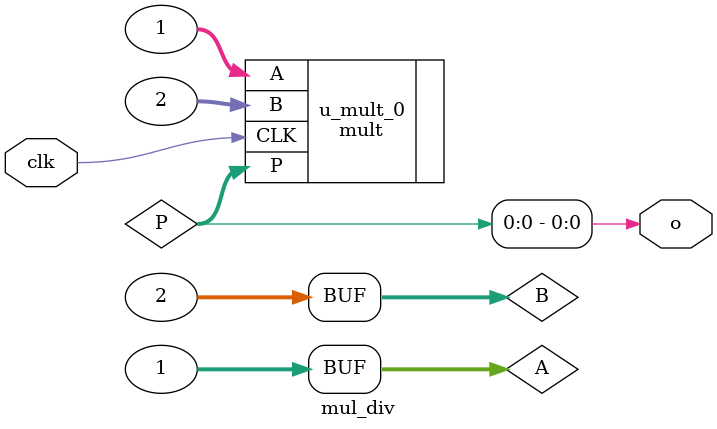
<source format=v>
module mul_div (
    input  wire clk,
    output wire o 
);

wire [31:0] A, B;
wire [63:0] P;
assign A = 32'h00000001; // Example input for A
assign B = 32'h00000002; // Example input for B
assign o = P[0]; // Example output assignment
mult u_mult_0 (
  .CLK(clk),  // input wire CLK
  .A(A),  // input wire [31 : 0] A
  .B(B),  // input wire [31 : 0] B
  .P(P)  // output wire [63 : 0] P
);

endmodule //mul_div
</source>
